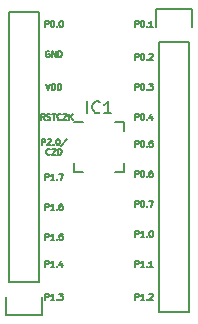
<source format=gbr>
G04 #@! TF.FileFunction,Legend,Top*
%FSLAX46Y46*%
G04 Gerber Fmt 4.6, Leading zero omitted, Abs format (unit mm)*
G04 Created by KiCad (PCBNEW 0.201505300414+5690~23~ubuntu14.04.1-product) date Sat 27 Jun 2015 05:42:46 PM PDT*
%MOMM*%
G01*
G04 APERTURE LIST*
%ADD10C,0.100000*%
%ADD11C,0.127000*%
%ADD12C,0.150000*%
G04 APERTURE END LIST*
D10*
D11*
X145312190Y-118339810D02*
X145312190Y-117831810D01*
X145505714Y-117831810D01*
X145554095Y-117856000D01*
X145578286Y-117880190D01*
X145602476Y-117928571D01*
X145602476Y-118001143D01*
X145578286Y-118049524D01*
X145554095Y-118073714D01*
X145505714Y-118097905D01*
X145312190Y-118097905D01*
X146086286Y-118339810D02*
X145796000Y-118339810D01*
X145941143Y-118339810D02*
X145941143Y-117831810D01*
X145892762Y-117904381D01*
X145844381Y-117952762D01*
X145796000Y-117976952D01*
X146304000Y-118291429D02*
X146328191Y-118315619D01*
X146304000Y-118339810D01*
X146279810Y-118315619D01*
X146304000Y-118291429D01*
X146304000Y-118339810D01*
X146521715Y-117880190D02*
X146545905Y-117856000D01*
X146594286Y-117831810D01*
X146715239Y-117831810D01*
X146763620Y-117856000D01*
X146787810Y-117880190D01*
X146812001Y-117928571D01*
X146812001Y-117976952D01*
X146787810Y-118049524D01*
X146497524Y-118339810D01*
X146812001Y-118339810D01*
X145312190Y-115545810D02*
X145312190Y-115037810D01*
X145505714Y-115037810D01*
X145554095Y-115062000D01*
X145578286Y-115086190D01*
X145602476Y-115134571D01*
X145602476Y-115207143D01*
X145578286Y-115255524D01*
X145554095Y-115279714D01*
X145505714Y-115303905D01*
X145312190Y-115303905D01*
X146086286Y-115545810D02*
X145796000Y-115545810D01*
X145941143Y-115545810D02*
X145941143Y-115037810D01*
X145892762Y-115110381D01*
X145844381Y-115158762D01*
X145796000Y-115182952D01*
X146304000Y-115497429D02*
X146328191Y-115521619D01*
X146304000Y-115545810D01*
X146279810Y-115521619D01*
X146304000Y-115497429D01*
X146304000Y-115545810D01*
X146812001Y-115545810D02*
X146521715Y-115545810D01*
X146666858Y-115545810D02*
X146666858Y-115037810D01*
X146618477Y-115110381D01*
X146570096Y-115158762D01*
X146521715Y-115182952D01*
X145312190Y-113005810D02*
X145312190Y-112497810D01*
X145505714Y-112497810D01*
X145554095Y-112522000D01*
X145578286Y-112546190D01*
X145602476Y-112594571D01*
X145602476Y-112667143D01*
X145578286Y-112715524D01*
X145554095Y-112739714D01*
X145505714Y-112763905D01*
X145312190Y-112763905D01*
X146086286Y-113005810D02*
X145796000Y-113005810D01*
X145941143Y-113005810D02*
X145941143Y-112497810D01*
X145892762Y-112570381D01*
X145844381Y-112618762D01*
X145796000Y-112642952D01*
X146304000Y-112957429D02*
X146328191Y-112981619D01*
X146304000Y-113005810D01*
X146279810Y-112981619D01*
X146304000Y-112957429D01*
X146304000Y-113005810D01*
X146642667Y-112497810D02*
X146691048Y-112497810D01*
X146739429Y-112522000D01*
X146763620Y-112546190D01*
X146787810Y-112594571D01*
X146812001Y-112691333D01*
X146812001Y-112812286D01*
X146787810Y-112909048D01*
X146763620Y-112957429D01*
X146739429Y-112981619D01*
X146691048Y-113005810D01*
X146642667Y-113005810D01*
X146594286Y-112981619D01*
X146570096Y-112957429D01*
X146545905Y-112909048D01*
X146521715Y-112812286D01*
X146521715Y-112691333D01*
X146545905Y-112594571D01*
X146570096Y-112546190D01*
X146594286Y-112522000D01*
X146642667Y-112497810D01*
X145312190Y-110465810D02*
X145312190Y-109957810D01*
X145505714Y-109957810D01*
X145554095Y-109982000D01*
X145578286Y-110006190D01*
X145602476Y-110054571D01*
X145602476Y-110127143D01*
X145578286Y-110175524D01*
X145554095Y-110199714D01*
X145505714Y-110223905D01*
X145312190Y-110223905D01*
X145916952Y-109957810D02*
X145965333Y-109957810D01*
X146013714Y-109982000D01*
X146037905Y-110006190D01*
X146062095Y-110054571D01*
X146086286Y-110151333D01*
X146086286Y-110272286D01*
X146062095Y-110369048D01*
X146037905Y-110417429D01*
X146013714Y-110441619D01*
X145965333Y-110465810D01*
X145916952Y-110465810D01*
X145868571Y-110441619D01*
X145844381Y-110417429D01*
X145820190Y-110369048D01*
X145796000Y-110272286D01*
X145796000Y-110151333D01*
X145820190Y-110054571D01*
X145844381Y-110006190D01*
X145868571Y-109982000D01*
X145916952Y-109957810D01*
X146304000Y-110417429D02*
X146328191Y-110441619D01*
X146304000Y-110465810D01*
X146279810Y-110441619D01*
X146304000Y-110417429D01*
X146304000Y-110465810D01*
X146497524Y-109957810D02*
X146836191Y-109957810D01*
X146618477Y-110465810D01*
X145312190Y-107925810D02*
X145312190Y-107417810D01*
X145505714Y-107417810D01*
X145554095Y-107442000D01*
X145578286Y-107466190D01*
X145602476Y-107514571D01*
X145602476Y-107587143D01*
X145578286Y-107635524D01*
X145554095Y-107659714D01*
X145505714Y-107683905D01*
X145312190Y-107683905D01*
X145916952Y-107417810D02*
X145965333Y-107417810D01*
X146013714Y-107442000D01*
X146037905Y-107466190D01*
X146062095Y-107514571D01*
X146086286Y-107611333D01*
X146086286Y-107732286D01*
X146062095Y-107829048D01*
X146037905Y-107877429D01*
X146013714Y-107901619D01*
X145965333Y-107925810D01*
X145916952Y-107925810D01*
X145868571Y-107901619D01*
X145844381Y-107877429D01*
X145820190Y-107829048D01*
X145796000Y-107732286D01*
X145796000Y-107611333D01*
X145820190Y-107514571D01*
X145844381Y-107466190D01*
X145868571Y-107442000D01*
X145916952Y-107417810D01*
X146304000Y-107877429D02*
X146328191Y-107901619D01*
X146304000Y-107925810D01*
X146279810Y-107901619D01*
X146304000Y-107877429D01*
X146304000Y-107925810D01*
X146763620Y-107417810D02*
X146666858Y-107417810D01*
X146618477Y-107442000D01*
X146594286Y-107466190D01*
X146545905Y-107538762D01*
X146521715Y-107635524D01*
X146521715Y-107829048D01*
X146545905Y-107877429D01*
X146570096Y-107901619D01*
X146618477Y-107925810D01*
X146715239Y-107925810D01*
X146763620Y-107901619D01*
X146787810Y-107877429D01*
X146812001Y-107829048D01*
X146812001Y-107708095D01*
X146787810Y-107659714D01*
X146763620Y-107635524D01*
X146715239Y-107611333D01*
X146618477Y-107611333D01*
X146570096Y-107635524D01*
X146545905Y-107659714D01*
X146521715Y-107708095D01*
X145312190Y-105385810D02*
X145312190Y-104877810D01*
X145505714Y-104877810D01*
X145554095Y-104902000D01*
X145578286Y-104926190D01*
X145602476Y-104974571D01*
X145602476Y-105047143D01*
X145578286Y-105095524D01*
X145554095Y-105119714D01*
X145505714Y-105143905D01*
X145312190Y-105143905D01*
X145916952Y-104877810D02*
X145965333Y-104877810D01*
X146013714Y-104902000D01*
X146037905Y-104926190D01*
X146062095Y-104974571D01*
X146086286Y-105071333D01*
X146086286Y-105192286D01*
X146062095Y-105289048D01*
X146037905Y-105337429D01*
X146013714Y-105361619D01*
X145965333Y-105385810D01*
X145916952Y-105385810D01*
X145868571Y-105361619D01*
X145844381Y-105337429D01*
X145820190Y-105289048D01*
X145796000Y-105192286D01*
X145796000Y-105071333D01*
X145820190Y-104974571D01*
X145844381Y-104926190D01*
X145868571Y-104902000D01*
X145916952Y-104877810D01*
X146304000Y-105337429D02*
X146328191Y-105361619D01*
X146304000Y-105385810D01*
X146279810Y-105361619D01*
X146304000Y-105337429D01*
X146304000Y-105385810D01*
X146787810Y-104877810D02*
X146545905Y-104877810D01*
X146521715Y-105119714D01*
X146545905Y-105095524D01*
X146594286Y-105071333D01*
X146715239Y-105071333D01*
X146763620Y-105095524D01*
X146787810Y-105119714D01*
X146812001Y-105168095D01*
X146812001Y-105289048D01*
X146787810Y-105337429D01*
X146763620Y-105361619D01*
X146715239Y-105385810D01*
X146594286Y-105385810D01*
X146545905Y-105361619D01*
X146521715Y-105337429D01*
X145312190Y-103099810D02*
X145312190Y-102591810D01*
X145505714Y-102591810D01*
X145554095Y-102616000D01*
X145578286Y-102640190D01*
X145602476Y-102688571D01*
X145602476Y-102761143D01*
X145578286Y-102809524D01*
X145554095Y-102833714D01*
X145505714Y-102857905D01*
X145312190Y-102857905D01*
X145916952Y-102591810D02*
X145965333Y-102591810D01*
X146013714Y-102616000D01*
X146037905Y-102640190D01*
X146062095Y-102688571D01*
X146086286Y-102785333D01*
X146086286Y-102906286D01*
X146062095Y-103003048D01*
X146037905Y-103051429D01*
X146013714Y-103075619D01*
X145965333Y-103099810D01*
X145916952Y-103099810D01*
X145868571Y-103075619D01*
X145844381Y-103051429D01*
X145820190Y-103003048D01*
X145796000Y-102906286D01*
X145796000Y-102785333D01*
X145820190Y-102688571D01*
X145844381Y-102640190D01*
X145868571Y-102616000D01*
X145916952Y-102591810D01*
X146304000Y-103051429D02*
X146328191Y-103075619D01*
X146304000Y-103099810D01*
X146279810Y-103075619D01*
X146304000Y-103051429D01*
X146304000Y-103099810D01*
X146763620Y-102761143D02*
X146763620Y-103099810D01*
X146642667Y-102567619D02*
X146521715Y-102930476D01*
X146836191Y-102930476D01*
X145312190Y-100559810D02*
X145312190Y-100051810D01*
X145505714Y-100051810D01*
X145554095Y-100076000D01*
X145578286Y-100100190D01*
X145602476Y-100148571D01*
X145602476Y-100221143D01*
X145578286Y-100269524D01*
X145554095Y-100293714D01*
X145505714Y-100317905D01*
X145312190Y-100317905D01*
X145916952Y-100051810D02*
X145965333Y-100051810D01*
X146013714Y-100076000D01*
X146037905Y-100100190D01*
X146062095Y-100148571D01*
X146086286Y-100245333D01*
X146086286Y-100366286D01*
X146062095Y-100463048D01*
X146037905Y-100511429D01*
X146013714Y-100535619D01*
X145965333Y-100559810D01*
X145916952Y-100559810D01*
X145868571Y-100535619D01*
X145844381Y-100511429D01*
X145820190Y-100463048D01*
X145796000Y-100366286D01*
X145796000Y-100245333D01*
X145820190Y-100148571D01*
X145844381Y-100100190D01*
X145868571Y-100076000D01*
X145916952Y-100051810D01*
X146304000Y-100511429D02*
X146328191Y-100535619D01*
X146304000Y-100559810D01*
X146279810Y-100535619D01*
X146304000Y-100511429D01*
X146304000Y-100559810D01*
X146497524Y-100051810D02*
X146812001Y-100051810D01*
X146642667Y-100245333D01*
X146715239Y-100245333D01*
X146763620Y-100269524D01*
X146787810Y-100293714D01*
X146812001Y-100342095D01*
X146812001Y-100463048D01*
X146787810Y-100511429D01*
X146763620Y-100535619D01*
X146715239Y-100559810D01*
X146570096Y-100559810D01*
X146521715Y-100535619D01*
X146497524Y-100511429D01*
X145312190Y-98019810D02*
X145312190Y-97511810D01*
X145505714Y-97511810D01*
X145554095Y-97536000D01*
X145578286Y-97560190D01*
X145602476Y-97608571D01*
X145602476Y-97681143D01*
X145578286Y-97729524D01*
X145554095Y-97753714D01*
X145505714Y-97777905D01*
X145312190Y-97777905D01*
X145916952Y-97511810D02*
X145965333Y-97511810D01*
X146013714Y-97536000D01*
X146037905Y-97560190D01*
X146062095Y-97608571D01*
X146086286Y-97705333D01*
X146086286Y-97826286D01*
X146062095Y-97923048D01*
X146037905Y-97971429D01*
X146013714Y-97995619D01*
X145965333Y-98019810D01*
X145916952Y-98019810D01*
X145868571Y-97995619D01*
X145844381Y-97971429D01*
X145820190Y-97923048D01*
X145796000Y-97826286D01*
X145796000Y-97705333D01*
X145820190Y-97608571D01*
X145844381Y-97560190D01*
X145868571Y-97536000D01*
X145916952Y-97511810D01*
X146304000Y-97971429D02*
X146328191Y-97995619D01*
X146304000Y-98019810D01*
X146279810Y-97995619D01*
X146304000Y-97971429D01*
X146304000Y-98019810D01*
X146521715Y-97560190D02*
X146545905Y-97536000D01*
X146594286Y-97511810D01*
X146715239Y-97511810D01*
X146763620Y-97536000D01*
X146787810Y-97560190D01*
X146812001Y-97608571D01*
X146812001Y-97656952D01*
X146787810Y-97729524D01*
X146497524Y-98019810D01*
X146812001Y-98019810D01*
X145312190Y-95225810D02*
X145312190Y-94717810D01*
X145505714Y-94717810D01*
X145554095Y-94742000D01*
X145578286Y-94766190D01*
X145602476Y-94814571D01*
X145602476Y-94887143D01*
X145578286Y-94935524D01*
X145554095Y-94959714D01*
X145505714Y-94983905D01*
X145312190Y-94983905D01*
X145916952Y-94717810D02*
X145965333Y-94717810D01*
X146013714Y-94742000D01*
X146037905Y-94766190D01*
X146062095Y-94814571D01*
X146086286Y-94911333D01*
X146086286Y-95032286D01*
X146062095Y-95129048D01*
X146037905Y-95177429D01*
X146013714Y-95201619D01*
X145965333Y-95225810D01*
X145916952Y-95225810D01*
X145868571Y-95201619D01*
X145844381Y-95177429D01*
X145820190Y-95129048D01*
X145796000Y-95032286D01*
X145796000Y-94911333D01*
X145820190Y-94814571D01*
X145844381Y-94766190D01*
X145868571Y-94742000D01*
X145916952Y-94717810D01*
X146304000Y-95177429D02*
X146328191Y-95201619D01*
X146304000Y-95225810D01*
X146279810Y-95201619D01*
X146304000Y-95177429D01*
X146304000Y-95225810D01*
X146812001Y-95225810D02*
X146521715Y-95225810D01*
X146666858Y-95225810D02*
X146666858Y-94717810D01*
X146618477Y-94790381D01*
X146570096Y-94838762D01*
X146521715Y-94862952D01*
X137692190Y-118339810D02*
X137692190Y-117831810D01*
X137885714Y-117831810D01*
X137934095Y-117856000D01*
X137958286Y-117880190D01*
X137982476Y-117928571D01*
X137982476Y-118001143D01*
X137958286Y-118049524D01*
X137934095Y-118073714D01*
X137885714Y-118097905D01*
X137692190Y-118097905D01*
X138466286Y-118339810D02*
X138176000Y-118339810D01*
X138321143Y-118339810D02*
X138321143Y-117831810D01*
X138272762Y-117904381D01*
X138224381Y-117952762D01*
X138176000Y-117976952D01*
X138684000Y-118291429D02*
X138708191Y-118315619D01*
X138684000Y-118339810D01*
X138659810Y-118315619D01*
X138684000Y-118291429D01*
X138684000Y-118339810D01*
X138877524Y-117831810D02*
X139192001Y-117831810D01*
X139022667Y-118025333D01*
X139095239Y-118025333D01*
X139143620Y-118049524D01*
X139167810Y-118073714D01*
X139192001Y-118122095D01*
X139192001Y-118243048D01*
X139167810Y-118291429D01*
X139143620Y-118315619D01*
X139095239Y-118339810D01*
X138950096Y-118339810D01*
X138901715Y-118315619D01*
X138877524Y-118291429D01*
X137692190Y-115545810D02*
X137692190Y-115037810D01*
X137885714Y-115037810D01*
X137934095Y-115062000D01*
X137958286Y-115086190D01*
X137982476Y-115134571D01*
X137982476Y-115207143D01*
X137958286Y-115255524D01*
X137934095Y-115279714D01*
X137885714Y-115303905D01*
X137692190Y-115303905D01*
X138466286Y-115545810D02*
X138176000Y-115545810D01*
X138321143Y-115545810D02*
X138321143Y-115037810D01*
X138272762Y-115110381D01*
X138224381Y-115158762D01*
X138176000Y-115182952D01*
X138684000Y-115497429D02*
X138708191Y-115521619D01*
X138684000Y-115545810D01*
X138659810Y-115521619D01*
X138684000Y-115497429D01*
X138684000Y-115545810D01*
X139143620Y-115207143D02*
X139143620Y-115545810D01*
X139022667Y-115013619D02*
X138901715Y-115376476D01*
X139216191Y-115376476D01*
X137692190Y-113259810D02*
X137692190Y-112751810D01*
X137885714Y-112751810D01*
X137934095Y-112776000D01*
X137958286Y-112800190D01*
X137982476Y-112848571D01*
X137982476Y-112921143D01*
X137958286Y-112969524D01*
X137934095Y-112993714D01*
X137885714Y-113017905D01*
X137692190Y-113017905D01*
X138466286Y-113259810D02*
X138176000Y-113259810D01*
X138321143Y-113259810D02*
X138321143Y-112751810D01*
X138272762Y-112824381D01*
X138224381Y-112872762D01*
X138176000Y-112896952D01*
X138684000Y-113211429D02*
X138708191Y-113235619D01*
X138684000Y-113259810D01*
X138659810Y-113235619D01*
X138684000Y-113211429D01*
X138684000Y-113259810D01*
X139167810Y-112751810D02*
X138925905Y-112751810D01*
X138901715Y-112993714D01*
X138925905Y-112969524D01*
X138974286Y-112945333D01*
X139095239Y-112945333D01*
X139143620Y-112969524D01*
X139167810Y-112993714D01*
X139192001Y-113042095D01*
X139192001Y-113163048D01*
X139167810Y-113211429D01*
X139143620Y-113235619D01*
X139095239Y-113259810D01*
X138974286Y-113259810D01*
X138925905Y-113235619D01*
X138901715Y-113211429D01*
X137692190Y-110719810D02*
X137692190Y-110211810D01*
X137885714Y-110211810D01*
X137934095Y-110236000D01*
X137958286Y-110260190D01*
X137982476Y-110308571D01*
X137982476Y-110381143D01*
X137958286Y-110429524D01*
X137934095Y-110453714D01*
X137885714Y-110477905D01*
X137692190Y-110477905D01*
X138466286Y-110719810D02*
X138176000Y-110719810D01*
X138321143Y-110719810D02*
X138321143Y-110211810D01*
X138272762Y-110284381D01*
X138224381Y-110332762D01*
X138176000Y-110356952D01*
X138684000Y-110671429D02*
X138708191Y-110695619D01*
X138684000Y-110719810D01*
X138659810Y-110695619D01*
X138684000Y-110671429D01*
X138684000Y-110719810D01*
X139143620Y-110211810D02*
X139046858Y-110211810D01*
X138998477Y-110236000D01*
X138974286Y-110260190D01*
X138925905Y-110332762D01*
X138901715Y-110429524D01*
X138901715Y-110623048D01*
X138925905Y-110671429D01*
X138950096Y-110695619D01*
X138998477Y-110719810D01*
X139095239Y-110719810D01*
X139143620Y-110695619D01*
X139167810Y-110671429D01*
X139192001Y-110623048D01*
X139192001Y-110502095D01*
X139167810Y-110453714D01*
X139143620Y-110429524D01*
X139095239Y-110405333D01*
X138998477Y-110405333D01*
X138950096Y-110429524D01*
X138925905Y-110453714D01*
X138901715Y-110502095D01*
X137692190Y-108179810D02*
X137692190Y-107671810D01*
X137885714Y-107671810D01*
X137934095Y-107696000D01*
X137958286Y-107720190D01*
X137982476Y-107768571D01*
X137982476Y-107841143D01*
X137958286Y-107889524D01*
X137934095Y-107913714D01*
X137885714Y-107937905D01*
X137692190Y-107937905D01*
X138466286Y-108179810D02*
X138176000Y-108179810D01*
X138321143Y-108179810D02*
X138321143Y-107671810D01*
X138272762Y-107744381D01*
X138224381Y-107792762D01*
X138176000Y-107816952D01*
X138684000Y-108131429D02*
X138708191Y-108155619D01*
X138684000Y-108179810D01*
X138659810Y-108155619D01*
X138684000Y-108131429D01*
X138684000Y-108179810D01*
X138877524Y-107671810D02*
X139216191Y-107671810D01*
X138998477Y-108179810D01*
X137426095Y-105220710D02*
X137426095Y-104712710D01*
X137619619Y-104712710D01*
X137668000Y-104736900D01*
X137692191Y-104761090D01*
X137716381Y-104809471D01*
X137716381Y-104882043D01*
X137692191Y-104930424D01*
X137668000Y-104954614D01*
X137619619Y-104978805D01*
X137426095Y-104978805D01*
X137909905Y-104761090D02*
X137934095Y-104736900D01*
X137982476Y-104712710D01*
X138103429Y-104712710D01*
X138151810Y-104736900D01*
X138176000Y-104761090D01*
X138200191Y-104809471D01*
X138200191Y-104857852D01*
X138176000Y-104930424D01*
X137885714Y-105220710D01*
X138200191Y-105220710D01*
X138417905Y-105172329D02*
X138442096Y-105196519D01*
X138417905Y-105220710D01*
X138393715Y-105196519D01*
X138417905Y-105172329D01*
X138417905Y-105220710D01*
X138756572Y-104712710D02*
X138804953Y-104712710D01*
X138853334Y-104736900D01*
X138877525Y-104761090D01*
X138901715Y-104809471D01*
X138925906Y-104906233D01*
X138925906Y-105027186D01*
X138901715Y-105123948D01*
X138877525Y-105172329D01*
X138853334Y-105196519D01*
X138804953Y-105220710D01*
X138756572Y-105220710D01*
X138708191Y-105196519D01*
X138684001Y-105172329D01*
X138659810Y-105123948D01*
X138635620Y-105027186D01*
X138635620Y-104906233D01*
X138659810Y-104809471D01*
X138684001Y-104761090D01*
X138708191Y-104736900D01*
X138756572Y-104712710D01*
X139506478Y-104688519D02*
X139071049Y-105341662D01*
X138091333Y-106010529D02*
X138067143Y-106034719D01*
X137994571Y-106058910D01*
X137946190Y-106058910D01*
X137873619Y-106034719D01*
X137825238Y-105986338D01*
X137801047Y-105937957D01*
X137776857Y-105841195D01*
X137776857Y-105768624D01*
X137801047Y-105671862D01*
X137825238Y-105623481D01*
X137873619Y-105575100D01*
X137946190Y-105550910D01*
X137994571Y-105550910D01*
X138067143Y-105575100D01*
X138091333Y-105599290D01*
X138284857Y-105599290D02*
X138309047Y-105575100D01*
X138357428Y-105550910D01*
X138478381Y-105550910D01*
X138526762Y-105575100D01*
X138550952Y-105599290D01*
X138575143Y-105647671D01*
X138575143Y-105696052D01*
X138550952Y-105768624D01*
X138260666Y-106058910D01*
X138575143Y-106058910D01*
X138792857Y-106058910D02*
X138792857Y-105550910D01*
X138913810Y-105550910D01*
X138986381Y-105575100D01*
X139034762Y-105623481D01*
X139058953Y-105671862D01*
X139083143Y-105768624D01*
X139083143Y-105841195D01*
X139058953Y-105937957D01*
X139034762Y-105986338D01*
X138986381Y-106034719D01*
X138913810Y-106058910D01*
X138792857Y-106058910D01*
X137655904Y-103099810D02*
X137486571Y-102857905D01*
X137365618Y-103099810D02*
X137365618Y-102591810D01*
X137559142Y-102591810D01*
X137607523Y-102616000D01*
X137631714Y-102640190D01*
X137655904Y-102688571D01*
X137655904Y-102761143D01*
X137631714Y-102809524D01*
X137607523Y-102833714D01*
X137559142Y-102857905D01*
X137365618Y-102857905D01*
X137849428Y-103075619D02*
X137921999Y-103099810D01*
X138042952Y-103099810D01*
X138091333Y-103075619D01*
X138115523Y-103051429D01*
X138139714Y-103003048D01*
X138139714Y-102954667D01*
X138115523Y-102906286D01*
X138091333Y-102882095D01*
X138042952Y-102857905D01*
X137946190Y-102833714D01*
X137897809Y-102809524D01*
X137873618Y-102785333D01*
X137849428Y-102736952D01*
X137849428Y-102688571D01*
X137873618Y-102640190D01*
X137897809Y-102616000D01*
X137946190Y-102591810D01*
X138067142Y-102591810D01*
X138139714Y-102616000D01*
X138284857Y-102591810D02*
X138575143Y-102591810D01*
X138430000Y-103099810D02*
X138430000Y-102591810D01*
X139034762Y-103051429D02*
X139010572Y-103075619D01*
X138938000Y-103099810D01*
X138889619Y-103099810D01*
X138817048Y-103075619D01*
X138768667Y-103027238D01*
X138744476Y-102978857D01*
X138720286Y-102882095D01*
X138720286Y-102809524D01*
X138744476Y-102712762D01*
X138768667Y-102664381D01*
X138817048Y-102616000D01*
X138889619Y-102591810D01*
X138938000Y-102591810D01*
X139010572Y-102616000D01*
X139034762Y-102640190D01*
X139228286Y-102640190D02*
X139252476Y-102616000D01*
X139300857Y-102591810D01*
X139421810Y-102591810D01*
X139470191Y-102616000D01*
X139494381Y-102640190D01*
X139518572Y-102688571D01*
X139518572Y-102736952D01*
X139494381Y-102809524D01*
X139204095Y-103099810D01*
X139518572Y-103099810D01*
X139736286Y-103099810D02*
X139736286Y-102591810D01*
X140026572Y-103099810D02*
X139808858Y-102809524D01*
X140026572Y-102591810D02*
X139736286Y-102882095D01*
X137752667Y-100051810D02*
X137922000Y-100559810D01*
X138091334Y-100051810D01*
X138260667Y-100559810D02*
X138260667Y-100051810D01*
X138381620Y-100051810D01*
X138454191Y-100076000D01*
X138502572Y-100124381D01*
X138526763Y-100172762D01*
X138550953Y-100269524D01*
X138550953Y-100342095D01*
X138526763Y-100438857D01*
X138502572Y-100487238D01*
X138454191Y-100535619D01*
X138381620Y-100559810D01*
X138260667Y-100559810D01*
X138768667Y-100559810D02*
X138768667Y-100051810D01*
X138889620Y-100051810D01*
X138962191Y-100076000D01*
X139010572Y-100124381D01*
X139034763Y-100172762D01*
X139058953Y-100269524D01*
X139058953Y-100342095D01*
X139034763Y-100438857D01*
X139010572Y-100487238D01*
X138962191Y-100535619D01*
X138889620Y-100559810D01*
X138768667Y-100559810D01*
X138042953Y-97282000D02*
X137994572Y-97257810D01*
X137922000Y-97257810D01*
X137849429Y-97282000D01*
X137801048Y-97330381D01*
X137776857Y-97378762D01*
X137752667Y-97475524D01*
X137752667Y-97548095D01*
X137776857Y-97644857D01*
X137801048Y-97693238D01*
X137849429Y-97741619D01*
X137922000Y-97765810D01*
X137970381Y-97765810D01*
X138042953Y-97741619D01*
X138067143Y-97717429D01*
X138067143Y-97548095D01*
X137970381Y-97548095D01*
X138284857Y-97765810D02*
X138284857Y-97257810D01*
X138575143Y-97765810D01*
X138575143Y-97257810D01*
X138817047Y-97765810D02*
X138817047Y-97257810D01*
X138938000Y-97257810D01*
X139010571Y-97282000D01*
X139058952Y-97330381D01*
X139083143Y-97378762D01*
X139107333Y-97475524D01*
X139107333Y-97548095D01*
X139083143Y-97644857D01*
X139058952Y-97693238D01*
X139010571Y-97741619D01*
X138938000Y-97765810D01*
X138817047Y-97765810D01*
X137692190Y-95225810D02*
X137692190Y-94717810D01*
X137885714Y-94717810D01*
X137934095Y-94742000D01*
X137958286Y-94766190D01*
X137982476Y-94814571D01*
X137982476Y-94887143D01*
X137958286Y-94935524D01*
X137934095Y-94959714D01*
X137885714Y-94983905D01*
X137692190Y-94983905D01*
X138296952Y-94717810D02*
X138345333Y-94717810D01*
X138393714Y-94742000D01*
X138417905Y-94766190D01*
X138442095Y-94814571D01*
X138466286Y-94911333D01*
X138466286Y-95032286D01*
X138442095Y-95129048D01*
X138417905Y-95177429D01*
X138393714Y-95201619D01*
X138345333Y-95225810D01*
X138296952Y-95225810D01*
X138248571Y-95201619D01*
X138224381Y-95177429D01*
X138200190Y-95129048D01*
X138176000Y-95032286D01*
X138176000Y-94911333D01*
X138200190Y-94814571D01*
X138224381Y-94766190D01*
X138248571Y-94742000D01*
X138296952Y-94717810D01*
X138684000Y-95177429D02*
X138708191Y-95201619D01*
X138684000Y-95225810D01*
X138659810Y-95201619D01*
X138684000Y-95177429D01*
X138684000Y-95225810D01*
X139022667Y-94717810D02*
X139071048Y-94717810D01*
X139119429Y-94742000D01*
X139143620Y-94766190D01*
X139167810Y-94814571D01*
X139192001Y-94911333D01*
X139192001Y-95032286D01*
X139167810Y-95129048D01*
X139143620Y-95177429D01*
X139119429Y-95201619D01*
X139071048Y-95225810D01*
X139022667Y-95225810D01*
X138974286Y-95201619D01*
X138950096Y-95177429D01*
X138925905Y-95129048D01*
X138901715Y-95032286D01*
X138901715Y-94911333D01*
X138925905Y-94814571D01*
X138950096Y-94766190D01*
X138974286Y-94742000D01*
X139022667Y-94717810D01*
D12*
X144390000Y-103260000D02*
X144390000Y-104035000D01*
X140090000Y-107560000D02*
X140090000Y-106785000D01*
X144390000Y-107560000D02*
X144390000Y-106785000D01*
X140090000Y-103260000D02*
X140865000Y-103260000D01*
X140090000Y-107560000D02*
X140865000Y-107560000D01*
X144390000Y-107560000D02*
X143615000Y-107560000D01*
X144390000Y-103260000D02*
X143615000Y-103260000D01*
X134620000Y-116840000D02*
X134620000Y-93980000D01*
X134620000Y-93980000D02*
X137160000Y-93980000D01*
X137160000Y-93980000D02*
X137160000Y-116840000D01*
X134340000Y-119660000D02*
X134340000Y-118110000D01*
X134620000Y-116840000D02*
X137160000Y-116840000D01*
X137440000Y-118110000D02*
X137440000Y-119660000D01*
X137440000Y-119660000D02*
X134340000Y-119660000D01*
X149860000Y-96520000D02*
X149860000Y-119380000D01*
X149860000Y-119380000D02*
X147320000Y-119380000D01*
X147320000Y-119380000D02*
X147320000Y-96520000D01*
X150140000Y-93700000D02*
X150140000Y-95250000D01*
X149860000Y-96520000D02*
X147320000Y-96520000D01*
X147040000Y-95250000D02*
X147040000Y-93700000D01*
X147040000Y-93700000D02*
X150140000Y-93700000D01*
X141263810Y-102532381D02*
X141263810Y-101532381D01*
X142311429Y-102437143D02*
X142263810Y-102484762D01*
X142120953Y-102532381D01*
X142025715Y-102532381D01*
X141882857Y-102484762D01*
X141787619Y-102389524D01*
X141740000Y-102294286D01*
X141692381Y-102103810D01*
X141692381Y-101960952D01*
X141740000Y-101770476D01*
X141787619Y-101675238D01*
X141882857Y-101580000D01*
X142025715Y-101532381D01*
X142120953Y-101532381D01*
X142263810Y-101580000D01*
X142311429Y-101627619D01*
X143263810Y-102532381D02*
X142692381Y-102532381D01*
X142978095Y-102532381D02*
X142978095Y-101532381D01*
X142882857Y-101675238D01*
X142787619Y-101770476D01*
X142692381Y-101818095D01*
M02*

</source>
